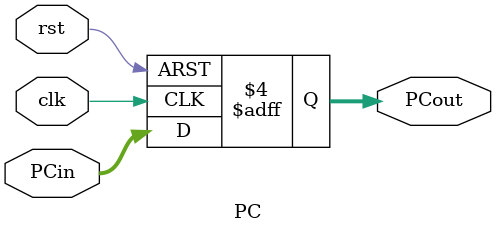
<source format=v>
module PC(PCout, PCin, clk, rst);
  output reg [31:0]PCout;
	input [31:0]PCin;
	input clk;
	input rst;
	
	initial
		begin
		PCout = 0;    //Initialise the output register
		end
	
	always @(posedge clk, negedge rst)
		begin
    if(!rst)    
			PCout <= 0;    //Active Low Reset
		else
			begin
			PCout <= PCin;
			end
		end
endmodule
</source>
